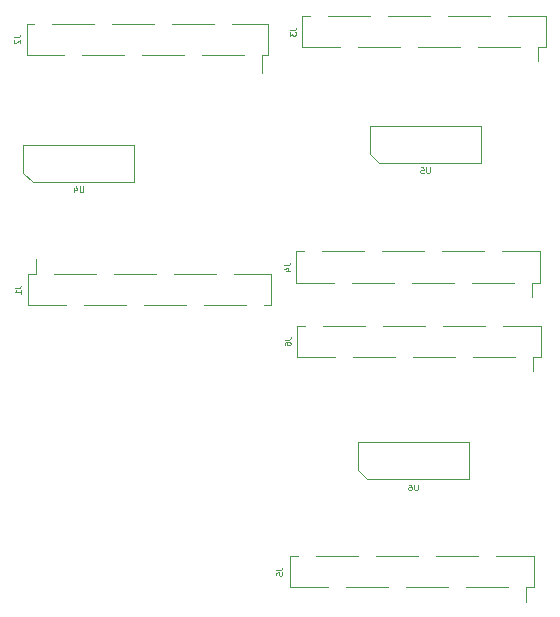
<source format=gbr>
%TF.GenerationSoftware,KiCad,Pcbnew,(5.1.10)-1*%
%TF.CreationDate,2022-12-01T07:21:36-06:00*%
%TF.ProjectId,perovskite_contact_board,7065726f-7673-46b6-9974-655f636f6e74,A*%
%TF.SameCoordinates,Original*%
%TF.FileFunction,Legend,Bot*%
%TF.FilePolarity,Positive*%
%FSLAX46Y46*%
G04 Gerber Fmt 4.6, Leading zero omitted, Abs format (unit mm)*
G04 Created by KiCad (PCBNEW (5.1.10)-1) date 2022-12-01 07:21:36*
%MOMM*%
%LPD*%
G01*
G04 APERTURE LIST*
%ADD10C,0.120000*%
%ADD11C,0.100000*%
G04 APERTURE END LIST*
D10*
%TO.C,J5*%
X171610000Y-139302500D02*
X171610000Y-136642500D01*
X171610000Y-136642500D02*
X168400000Y-136642500D01*
X166880000Y-136642500D02*
X163320000Y-136642500D01*
X161800000Y-136642500D02*
X158240000Y-136642500D01*
X156720000Y-136642500D02*
X153160000Y-136642500D01*
X151640000Y-136642500D02*
X150970000Y-136642500D01*
X150970000Y-139302500D02*
X150970000Y-136642500D01*
X171610000Y-139302500D02*
X170940000Y-139302500D01*
X169420000Y-139302500D02*
X165860000Y-139302500D01*
X164340000Y-139302500D02*
X160780000Y-139302500D01*
X159260000Y-139302500D02*
X155700000Y-139302500D01*
X154180000Y-139302500D02*
X150970000Y-139302500D01*
X170940000Y-140512500D02*
X170940000Y-139302500D01*
%TO.C,J2*%
X131828000Y-94230500D02*
X128718000Y-94230500D01*
X136908000Y-94230500D02*
X133348000Y-94230500D01*
X141988000Y-94230500D02*
X138428000Y-94230500D01*
X147068000Y-94230500D02*
X143508000Y-94230500D01*
X134368000Y-91570500D02*
X130808000Y-91570500D01*
X139448000Y-91570500D02*
X135888000Y-91570500D01*
X144528000Y-91570500D02*
X140968000Y-91570500D01*
X129288000Y-91570500D02*
X128718000Y-91570500D01*
X149158000Y-94230500D02*
X148588000Y-94230500D01*
X148588000Y-94230500D02*
X148588000Y-95750500D01*
X149158000Y-91570500D02*
X146048000Y-91570500D01*
X128718000Y-94230500D02*
X128718000Y-91570500D01*
X149158000Y-94230500D02*
X149158000Y-91570500D01*
%TO.C,J6*%
X171580000Y-121012500D02*
X171580000Y-119802500D01*
X154820000Y-119802500D02*
X151610000Y-119802500D01*
X159900000Y-119802500D02*
X156340000Y-119802500D01*
X164980000Y-119802500D02*
X161420000Y-119802500D01*
X170060000Y-119802500D02*
X166500000Y-119802500D01*
X172250000Y-119802500D02*
X171580000Y-119802500D01*
X151610000Y-119802500D02*
X151610000Y-117142500D01*
X152280000Y-117142500D02*
X151610000Y-117142500D01*
X157360000Y-117142500D02*
X153800000Y-117142500D01*
X162440000Y-117142500D02*
X158880000Y-117142500D01*
X167520000Y-117142500D02*
X163960000Y-117142500D01*
X172250000Y-117142500D02*
X169040000Y-117142500D01*
X172250000Y-119802500D02*
X172250000Y-117142500D01*
%TO.C,J4*%
X171460000Y-114712500D02*
X171460000Y-113502500D01*
X154700000Y-113502500D02*
X151490000Y-113502500D01*
X159780000Y-113502500D02*
X156220000Y-113502500D01*
X164860000Y-113502500D02*
X161300000Y-113502500D01*
X169940000Y-113502500D02*
X166380000Y-113502500D01*
X172130000Y-113502500D02*
X171460000Y-113502500D01*
X151490000Y-113502500D02*
X151490000Y-110842500D01*
X152160000Y-110842500D02*
X151490000Y-110842500D01*
X157240000Y-110842500D02*
X153680000Y-110842500D01*
X162320000Y-110842500D02*
X158760000Y-110842500D01*
X167400000Y-110842500D02*
X163840000Y-110842500D01*
X172130000Y-110842500D02*
X168920000Y-110842500D01*
X172130000Y-113502500D02*
X172130000Y-110842500D01*
%TO.C,J3*%
X172670000Y-93552500D02*
X172670000Y-90892500D01*
X172670000Y-90892500D02*
X169460000Y-90892500D01*
X167940000Y-90892500D02*
X164380000Y-90892500D01*
X162860000Y-90892500D02*
X159300000Y-90892500D01*
X157780000Y-90892500D02*
X154220000Y-90892500D01*
X152700000Y-90892500D02*
X152030000Y-90892500D01*
X152030000Y-93552500D02*
X152030000Y-90892500D01*
X172670000Y-93552500D02*
X172000000Y-93552500D01*
X170480000Y-93552500D02*
X166920000Y-93552500D01*
X165400000Y-93552500D02*
X161840000Y-93552500D01*
X160320000Y-93552500D02*
X156760000Y-93552500D01*
X155240000Y-93552500D02*
X152030000Y-93552500D01*
X172000000Y-94762500D02*
X172000000Y-93552500D01*
%TO.C,J1*%
X128780000Y-112742500D02*
X128780000Y-115402500D01*
X128780000Y-115402500D02*
X131990000Y-115402500D01*
X133510000Y-115402500D02*
X137070000Y-115402500D01*
X138590000Y-115402500D02*
X142150000Y-115402500D01*
X143670000Y-115402500D02*
X147230000Y-115402500D01*
X148750000Y-115402500D02*
X149420000Y-115402500D01*
X149420000Y-112742500D02*
X149420000Y-115402500D01*
X128780000Y-112742500D02*
X129450000Y-112742500D01*
X130970000Y-112742500D02*
X134530000Y-112742500D01*
X136050000Y-112742500D02*
X139610000Y-112742500D01*
X141130000Y-112742500D02*
X144690000Y-112742500D01*
X146210000Y-112742500D02*
X149420000Y-112742500D01*
X129450000Y-111532500D02*
X129450000Y-112742500D01*
%TO.C,U4*%
X128396000Y-101856500D02*
X128396000Y-104226500D01*
X137796000Y-101856500D02*
X128396000Y-101856500D01*
X137796000Y-105026500D02*
X137796000Y-101856500D01*
X129196000Y-105026500D02*
X137796000Y-105026500D01*
X128396000Y-104226500D02*
X129196000Y-105026500D01*
%TO.C,U5*%
X157733000Y-100205500D02*
X157733000Y-102575500D01*
X167133000Y-100205500D02*
X157733000Y-100205500D01*
X167133000Y-103375500D02*
X167133000Y-100205500D01*
X158533000Y-103375500D02*
X167133000Y-103375500D01*
X157733000Y-102575500D02*
X158533000Y-103375500D01*
%TO.C,U6*%
X156717000Y-129372500D02*
X157517000Y-130172500D01*
X157517000Y-130172500D02*
X166117000Y-130172500D01*
X166117000Y-130172500D02*
X166117000Y-127002500D01*
X166117000Y-127002500D02*
X156717000Y-127002500D01*
X156717000Y-127002500D02*
X156717000Y-129372500D01*
%TO.C,J5*%
D11*
X149840190Y-137818833D02*
X150197333Y-137818833D01*
X150268761Y-137795023D01*
X150316380Y-137747404D01*
X150340190Y-137675976D01*
X150340190Y-137628357D01*
X149840190Y-138295023D02*
X149840190Y-138056928D01*
X150078285Y-138033119D01*
X150054476Y-138056928D01*
X150030666Y-138104547D01*
X150030666Y-138223595D01*
X150054476Y-138271214D01*
X150078285Y-138295023D01*
X150125904Y-138318833D01*
X150244952Y-138318833D01*
X150292571Y-138295023D01*
X150316380Y-138271214D01*
X150340190Y-138223595D01*
X150340190Y-138104547D01*
X150316380Y-138056928D01*
X150292571Y-138033119D01*
%TO.C,J2*%
X127615190Y-92733833D02*
X127972333Y-92733833D01*
X128043761Y-92710023D01*
X128091380Y-92662404D01*
X128115190Y-92590976D01*
X128115190Y-92543357D01*
X127662809Y-92948119D02*
X127639000Y-92971928D01*
X127615190Y-93019547D01*
X127615190Y-93138595D01*
X127639000Y-93186214D01*
X127662809Y-93210023D01*
X127710428Y-93233833D01*
X127758047Y-93233833D01*
X127829476Y-93210023D01*
X128115190Y-92924309D01*
X128115190Y-93233833D01*
%TO.C,J6*%
X150538690Y-118324333D02*
X150895833Y-118324333D01*
X150967261Y-118300523D01*
X151014880Y-118252904D01*
X151038690Y-118181476D01*
X151038690Y-118133857D01*
X150538690Y-118776714D02*
X150538690Y-118681476D01*
X150562500Y-118633857D01*
X150586309Y-118610047D01*
X150657738Y-118562428D01*
X150752976Y-118538619D01*
X150943452Y-118538619D01*
X150991071Y-118562428D01*
X151014880Y-118586238D01*
X151038690Y-118633857D01*
X151038690Y-118729095D01*
X151014880Y-118776714D01*
X150991071Y-118800523D01*
X150943452Y-118824333D01*
X150824404Y-118824333D01*
X150776785Y-118800523D01*
X150752976Y-118776714D01*
X150729166Y-118729095D01*
X150729166Y-118633857D01*
X150752976Y-118586238D01*
X150776785Y-118562428D01*
X150824404Y-118538619D01*
%TO.C,J4*%
X150475190Y-112037833D02*
X150832333Y-112037833D01*
X150903761Y-112014023D01*
X150951380Y-111966404D01*
X150975190Y-111894976D01*
X150975190Y-111847357D01*
X150641857Y-112490214D02*
X150975190Y-112490214D01*
X150451380Y-112371166D02*
X150808523Y-112252119D01*
X150808523Y-112561642D01*
%TO.C,J3*%
X150983190Y-92098833D02*
X151340333Y-92098833D01*
X151411761Y-92075023D01*
X151459380Y-92027404D01*
X151483190Y-91955976D01*
X151483190Y-91908357D01*
X150983190Y-92289309D02*
X150983190Y-92598833D01*
X151173666Y-92432166D01*
X151173666Y-92503595D01*
X151197476Y-92551214D01*
X151221285Y-92575023D01*
X151268904Y-92598833D01*
X151387952Y-92598833D01*
X151435571Y-92575023D01*
X151459380Y-92551214D01*
X151483190Y-92503595D01*
X151483190Y-92360738D01*
X151459380Y-92313119D01*
X151435571Y-92289309D01*
%TO.C,J1*%
X127678690Y-113942833D02*
X128035833Y-113942833D01*
X128107261Y-113919023D01*
X128154880Y-113871404D01*
X128178690Y-113799976D01*
X128178690Y-113752357D01*
X128178690Y-114442833D02*
X128178690Y-114157119D01*
X128178690Y-114299976D02*
X127678690Y-114299976D01*
X127750119Y-114252357D01*
X127797738Y-114204738D01*
X127821547Y-114157119D01*
%TO.C,U4*%
X133476952Y-105326690D02*
X133476952Y-105731452D01*
X133453142Y-105779071D01*
X133429333Y-105802880D01*
X133381714Y-105826690D01*
X133286476Y-105826690D01*
X133238857Y-105802880D01*
X133215047Y-105779071D01*
X133191238Y-105731452D01*
X133191238Y-105326690D01*
X132738857Y-105493357D02*
X132738857Y-105826690D01*
X132857904Y-105302880D02*
X132976952Y-105660023D01*
X132667428Y-105660023D01*
%TO.C,U5*%
X162813952Y-103739190D02*
X162813952Y-104143952D01*
X162790142Y-104191571D01*
X162766333Y-104215380D01*
X162718714Y-104239190D01*
X162623476Y-104239190D01*
X162575857Y-104215380D01*
X162552047Y-104191571D01*
X162528238Y-104143952D01*
X162528238Y-103739190D01*
X162052047Y-103739190D02*
X162290142Y-103739190D01*
X162313952Y-103977285D01*
X162290142Y-103953476D01*
X162242523Y-103929666D01*
X162123476Y-103929666D01*
X162075857Y-103953476D01*
X162052047Y-103977285D01*
X162028238Y-104024904D01*
X162028238Y-104143952D01*
X162052047Y-104191571D01*
X162075857Y-104215380D01*
X162123476Y-104239190D01*
X162242523Y-104239190D01*
X162290142Y-104215380D01*
X162313952Y-104191571D01*
%TO.C,U6*%
X161797952Y-130599690D02*
X161797952Y-131004452D01*
X161774142Y-131052071D01*
X161750333Y-131075880D01*
X161702714Y-131099690D01*
X161607476Y-131099690D01*
X161559857Y-131075880D01*
X161536047Y-131052071D01*
X161512238Y-131004452D01*
X161512238Y-130599690D01*
X161059857Y-130599690D02*
X161155095Y-130599690D01*
X161202714Y-130623500D01*
X161226523Y-130647309D01*
X161274142Y-130718738D01*
X161297952Y-130813976D01*
X161297952Y-131004452D01*
X161274142Y-131052071D01*
X161250333Y-131075880D01*
X161202714Y-131099690D01*
X161107476Y-131099690D01*
X161059857Y-131075880D01*
X161036047Y-131052071D01*
X161012238Y-131004452D01*
X161012238Y-130885404D01*
X161036047Y-130837785D01*
X161059857Y-130813976D01*
X161107476Y-130790166D01*
X161202714Y-130790166D01*
X161250333Y-130813976D01*
X161274142Y-130837785D01*
X161297952Y-130885404D01*
%TD*%
M02*

</source>
